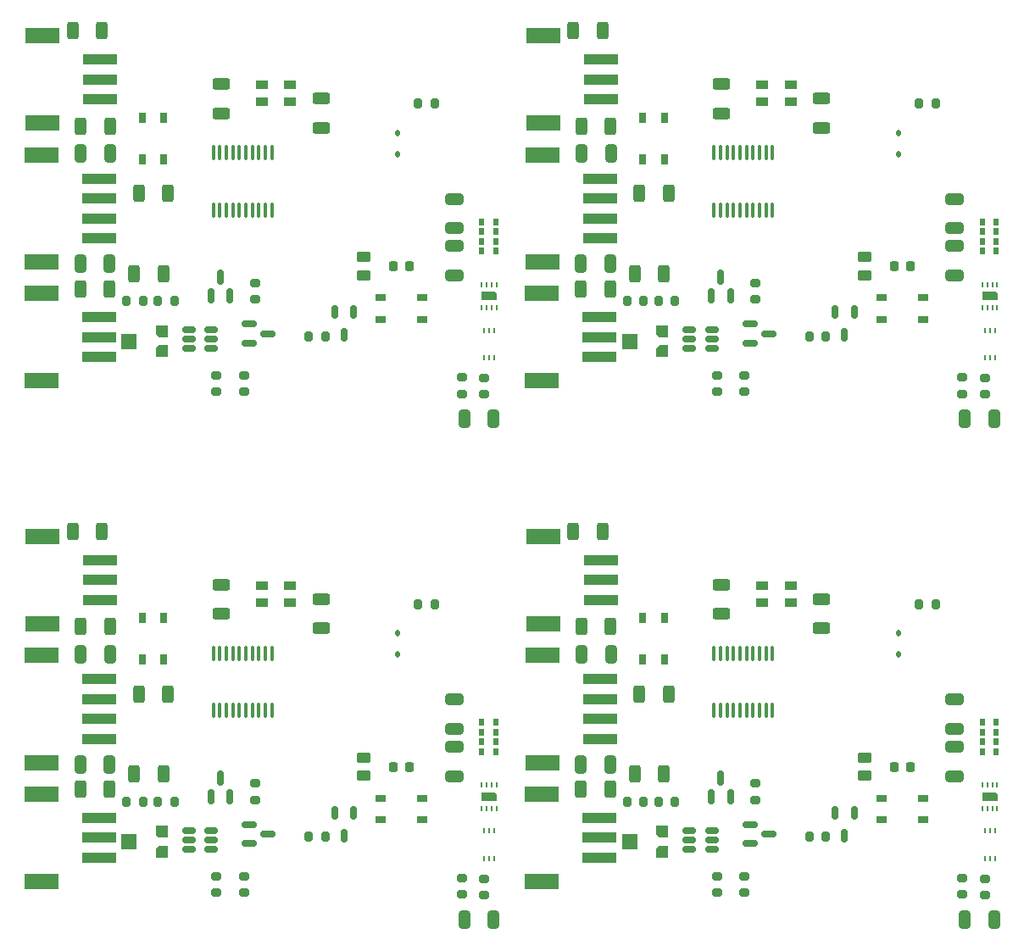
<source format=gtp>
G04 #@! TF.GenerationSoftware,KiCad,Pcbnew,7.0.7*
G04 #@! TF.CreationDate,2024-01-02T16:25:42-05:00*
G04 #@! TF.ProjectId,sensor_node,73656e73-6f72-45f6-9e6f-64652e6b6963,rev?*
G04 #@! TF.SameCoordinates,Original*
G04 #@! TF.FileFunction,Paste,Top*
G04 #@! TF.FilePolarity,Positive*
%FSLAX46Y46*%
G04 Gerber Fmt 4.6, Leading zero omitted, Abs format (unit mm)*
G04 Created by KiCad (PCBNEW 7.0.7) date 2024-01-02 16:25:42*
%MOMM*%
%LPD*%
G01*
G04 APERTURE LIST*
G04 Aperture macros list*
%AMRoundRect*
0 Rectangle with rounded corners*
0 $1 Rounding radius*
0 $2 $3 $4 $5 $6 $7 $8 $9 X,Y pos of 4 corners*
0 Add a 4 corners polygon primitive as box body*
4,1,4,$2,$3,$4,$5,$6,$7,$8,$9,$2,$3,0*
0 Add four circle primitives for the rounded corners*
1,1,$1+$1,$2,$3*
1,1,$1+$1,$4,$5*
1,1,$1+$1,$6,$7*
1,1,$1+$1,$8,$9*
0 Add four rect primitives between the rounded corners*
20,1,$1+$1,$2,$3,$4,$5,0*
20,1,$1+$1,$4,$5,$6,$7,0*
20,1,$1+$1,$6,$7,$8,$9,0*
20,1,$1+$1,$8,$9,$2,$3,0*%
%AMFreePoly0*
4,1,6,0.450000,-0.800000,-0.450000,-0.800000,-0.450000,0.530000,-0.180000,0.800000,0.450000,0.800000,0.450000,-0.800000,0.450000,-0.800000,$1*%
G04 Aperture macros list end*
%ADD10RoundRect,0.200000X0.275000X-0.200000X0.275000X0.200000X-0.275000X0.200000X-0.275000X-0.200000X0*%
%ADD11RoundRect,0.250000X-0.312500X-0.625000X0.312500X-0.625000X0.312500X0.625000X-0.312500X0.625000X0*%
%ADD12RoundRect,0.218750X0.218750X0.256250X-0.218750X0.256250X-0.218750X-0.256250X0.218750X-0.256250X0*%
%ADD13RoundRect,0.250000X-0.325000X-0.650000X0.325000X-0.650000X0.325000X0.650000X-0.325000X0.650000X0*%
%ADD14RoundRect,0.250000X0.312500X0.625000X-0.312500X0.625000X-0.312500X-0.625000X0.312500X-0.625000X0*%
%ADD15R,0.600000X0.720000*%
%ADD16RoundRect,0.250000X-0.650000X0.325000X-0.650000X-0.325000X0.650000X-0.325000X0.650000X0.325000X0*%
%ADD17RoundRect,0.200000X0.200000X0.275000X-0.200000X0.275000X-0.200000X-0.275000X0.200000X-0.275000X0*%
%ADD18R,0.650000X1.050000*%
%ADD19RoundRect,0.250000X-0.625000X0.312500X-0.625000X-0.312500X0.625000X-0.312500X0.625000X0.312500X0*%
%ADD20RoundRect,0.250000X0.650000X-0.325000X0.650000X0.325000X-0.650000X0.325000X-0.650000X-0.325000X0*%
%ADD21RoundRect,0.150000X0.150000X-0.587500X0.150000X0.587500X-0.150000X0.587500X-0.150000X-0.587500X0*%
%ADD22RoundRect,0.200000X-0.275000X0.200000X-0.275000X-0.200000X0.275000X-0.200000X0.275000X0.200000X0*%
%ADD23RoundRect,0.112500X0.112500X-0.187500X0.112500X0.187500X-0.112500X0.187500X-0.112500X-0.187500X0*%
%ADD24RoundRect,0.150000X-0.150000X0.512500X-0.150000X-0.512500X0.150000X-0.512500X0.150000X0.512500X0*%
%ADD25R,3.400000X1.500000*%
%ADD26R,3.500000X1.000000*%
%ADD27RoundRect,0.250000X-0.450000X0.262500X-0.450000X-0.262500X0.450000X-0.262500X0.450000X0.262500X0*%
%ADD28RoundRect,0.250000X0.325000X0.650000X-0.325000X0.650000X-0.325000X-0.650000X0.325000X-0.650000X0*%
%ADD29RoundRect,0.150000X-0.512500X-0.150000X0.512500X-0.150000X0.512500X0.150000X-0.512500X0.150000X0*%
%ADD30R,1.200000X0.900000*%
%ADD31R,1.500000X1.600000*%
%ADD32RoundRect,0.150000X-0.587500X-0.150000X0.587500X-0.150000X0.587500X0.150000X-0.587500X0.150000X0*%
%ADD33FreePoly0,270.000000*%
%ADD34R,0.250000X0.550000*%
%ADD35RoundRect,0.100000X0.100000X-0.637500X0.100000X0.637500X-0.100000X0.637500X-0.100000X-0.637500X0*%
%ADD36R,1.050000X0.650000*%
G04 APERTURE END LIST*
G36*
X65150000Y-135100000D02*
G01*
X63950000Y-135100000D01*
X63950000Y-134200000D01*
X64250000Y-133900000D01*
X65150000Y-133900000D01*
X65150000Y-135100000D01*
G37*
G36*
X65150000Y-133100000D02*
G01*
X64250000Y-133100000D01*
X63950000Y-132800000D01*
X63950000Y-131900000D01*
X65150000Y-131900000D01*
X65150000Y-133100000D01*
G37*
G36*
X115150000Y-135100000D02*
G01*
X113950000Y-135100000D01*
X113950000Y-134200000D01*
X114250000Y-133900000D01*
X115150000Y-133900000D01*
X115150000Y-135100000D01*
G37*
G36*
X115150000Y-133100000D02*
G01*
X114250000Y-133100000D01*
X113950000Y-132800000D01*
X113950000Y-131900000D01*
X115150000Y-131900000D01*
X115150000Y-133100000D01*
G37*
G36*
X65150000Y-85100000D02*
G01*
X63950000Y-85100000D01*
X63950000Y-84200000D01*
X64250000Y-83900000D01*
X65150000Y-83900000D01*
X65150000Y-85100000D01*
G37*
G36*
X65150000Y-83100000D02*
G01*
X64250000Y-83100000D01*
X63950000Y-82800000D01*
X63950000Y-81900000D01*
X65150000Y-81900000D01*
X65150000Y-83100000D01*
G37*
G36*
X115150000Y-85100000D02*
G01*
X113950000Y-85100000D01*
X113950000Y-84200000D01*
X114250000Y-83900000D01*
X115150000Y-83900000D01*
X115150000Y-85100000D01*
G37*
G36*
X115150000Y-83100000D02*
G01*
X114250000Y-83100000D01*
X113950000Y-82800000D01*
X113950000Y-81900000D01*
X115150000Y-81900000D01*
X115150000Y-83100000D01*
G37*
D10*
X96770500Y-138825000D03*
X96770500Y-137175000D03*
D11*
X61808000Y-126750000D03*
X64733000Y-126750000D03*
D12*
X89308000Y-126000000D03*
X87733000Y-126000000D03*
D10*
X70020500Y-138575000D03*
X70020500Y-136925000D03*
D13*
X94770000Y-141250000D03*
X97720000Y-141250000D03*
D14*
X58612000Y-102500000D03*
X55687000Y-102500000D03*
D15*
X97920500Y-121585000D03*
X97920500Y-122555000D03*
X97920500Y-123525000D03*
X97920500Y-124495000D03*
X96520500Y-124495000D03*
X96520500Y-123525000D03*
X96520500Y-122555000D03*
X96520500Y-121585000D03*
D16*
X93770500Y-124000000D03*
X93770500Y-126950000D03*
D17*
X80920500Y-133000000D03*
X79270500Y-133000000D03*
D18*
X64775000Y-111175000D03*
X64775000Y-115325000D03*
X62625000Y-111175000D03*
X62625000Y-115325000D03*
D19*
X70470000Y-107825000D03*
X70470000Y-110750000D03*
D20*
X93770500Y-122225000D03*
X93770500Y-119275000D03*
D21*
X69458000Y-129000000D03*
X71358000Y-129000000D03*
X70408000Y-127125000D03*
D19*
X80470000Y-109250000D03*
X80470000Y-112175000D03*
D22*
X72770500Y-136925000D03*
X72770500Y-138575000D03*
D23*
X88144500Y-114800000D03*
X88144500Y-112700000D03*
D24*
X83720500Y-130612500D03*
X81820500Y-130612500D03*
X82770500Y-132887500D03*
D17*
X65845500Y-129500000D03*
X64195500Y-129500000D03*
D11*
X56487500Y-112000000D03*
X59412500Y-112000000D03*
D25*
X52550000Y-137450000D03*
X52550000Y-128750000D03*
D26*
X58300000Y-135100000D03*
X58300000Y-133100000D03*
X58300000Y-131100000D03*
D11*
X62275000Y-118750000D03*
X65200000Y-118750000D03*
D27*
X84770500Y-125087500D03*
X84770500Y-126912500D03*
D17*
X91845500Y-109750000D03*
X90195500Y-109750000D03*
D28*
X59425000Y-114750000D03*
X56475000Y-114750000D03*
D22*
X94520500Y-137100000D03*
X94520500Y-138750000D03*
D11*
X56437500Y-128250000D03*
X59362500Y-128250000D03*
D26*
X58350000Y-117250000D03*
X58350000Y-119250000D03*
X58350000Y-121250000D03*
X58350000Y-123250000D03*
D25*
X52600000Y-114900000D03*
X52600000Y-125600000D03*
D29*
X67258000Y-132350000D03*
X67258000Y-133300000D03*
X67258000Y-134250000D03*
X69533000Y-134250000D03*
X69533000Y-133300000D03*
X69533000Y-132350000D03*
D17*
X62695500Y-129500000D03*
X61045500Y-129500000D03*
D30*
X74570000Y-109600000D03*
X77370000Y-109600000D03*
X77370000Y-107900000D03*
X74570000Y-107900000D03*
D28*
X59375000Y-125750000D03*
X56425000Y-125750000D03*
D31*
X61300000Y-133500000D03*
D32*
X73333000Y-131800000D03*
X73333000Y-133700000D03*
X75208000Y-132750000D03*
D10*
X73858000Y-129325000D03*
X73858000Y-127675000D03*
D33*
X97270500Y-129000000D03*
D34*
X98020500Y-127825000D03*
X97520500Y-127825000D03*
X97020500Y-127825000D03*
X96520500Y-127825000D03*
X96520500Y-130175000D03*
X97020500Y-130175000D03*
X97520500Y-130175000D03*
X98020500Y-130175000D03*
D35*
X69720500Y-120398407D03*
X70370500Y-120398407D03*
X71020500Y-120398407D03*
X71670500Y-120398407D03*
X72320500Y-120398407D03*
X72970500Y-120398407D03*
X73620500Y-120398407D03*
X74270500Y-120398407D03*
X74920500Y-120398407D03*
X75570500Y-120398407D03*
X75570500Y-114673407D03*
X74920500Y-114673407D03*
X74270500Y-114673407D03*
X73620500Y-114673407D03*
X72970500Y-114673407D03*
X72320500Y-114673407D03*
X71670500Y-114673407D03*
X71020500Y-114673407D03*
X70370500Y-114673407D03*
X69720500Y-114673407D03*
D36*
X90595500Y-131325000D03*
X86445500Y-131325000D03*
X90595500Y-129175000D03*
X86445500Y-129175000D03*
D34*
X96770500Y-135150000D03*
X97270500Y-135150000D03*
X97770500Y-135150000D03*
X97770500Y-132400000D03*
X97270500Y-132400000D03*
X96770500Y-132400000D03*
D26*
X58400000Y-105350000D03*
X58400000Y-107350000D03*
X58400000Y-109350000D03*
D25*
X52650000Y-103000000D03*
X52650000Y-111700000D03*
D10*
X146770500Y-138825000D03*
X146770500Y-137175000D03*
D11*
X111808000Y-126750000D03*
X114733000Y-126750000D03*
D12*
X139308000Y-126000000D03*
X137733000Y-126000000D03*
D10*
X120020500Y-138575000D03*
X120020500Y-136925000D03*
D13*
X144770000Y-141250000D03*
X147720000Y-141250000D03*
D15*
X147920500Y-121585000D03*
X147920500Y-122555000D03*
X147920500Y-123525000D03*
X147920500Y-124495000D03*
X146520500Y-124495000D03*
X146520500Y-123525000D03*
X146520500Y-122555000D03*
X146520500Y-121585000D03*
D16*
X143770500Y-124000000D03*
X143770500Y-126950000D03*
D17*
X130920500Y-133000000D03*
X129270500Y-133000000D03*
D11*
X106487500Y-112000000D03*
X109412500Y-112000000D03*
D14*
X108612000Y-102500000D03*
X105687000Y-102500000D03*
D19*
X120470000Y-107825000D03*
X120470000Y-110750000D03*
D20*
X143770500Y-122225000D03*
X143770500Y-119275000D03*
D21*
X119458000Y-129000000D03*
X121358000Y-129000000D03*
X120408000Y-127125000D03*
D22*
X122770500Y-136925000D03*
X122770500Y-138575000D03*
D24*
X133720500Y-130612500D03*
X131820500Y-130612500D03*
X132770500Y-132887500D03*
D11*
X106437500Y-128250000D03*
X109362500Y-128250000D03*
D25*
X102550000Y-137450000D03*
X102550000Y-128750000D03*
D26*
X108300000Y-135100000D03*
X108300000Y-133100000D03*
X108300000Y-131100000D03*
D11*
X112275000Y-118750000D03*
X115200000Y-118750000D03*
D27*
X134770500Y-125087500D03*
X134770500Y-126912500D03*
D17*
X141845500Y-109750000D03*
X140195500Y-109750000D03*
D22*
X144520500Y-137100000D03*
X144520500Y-138750000D03*
D23*
X138144500Y-114800000D03*
X138144500Y-112700000D03*
D33*
X147270500Y-129000000D03*
D34*
X148020500Y-127825000D03*
X147520500Y-127825000D03*
X147020500Y-127825000D03*
X146520500Y-127825000D03*
X146520500Y-130175000D03*
X147020500Y-130175000D03*
X147520500Y-130175000D03*
X148020500Y-130175000D03*
D26*
X108350000Y-117250000D03*
X108350000Y-119250000D03*
X108350000Y-121250000D03*
X108350000Y-123250000D03*
D25*
X102600000Y-114900000D03*
X102600000Y-125600000D03*
D18*
X114775000Y-111175000D03*
X114775000Y-115325000D03*
X112625000Y-111175000D03*
X112625000Y-115325000D03*
D29*
X117258000Y-132350000D03*
X117258000Y-133300000D03*
X117258000Y-134250000D03*
X119533000Y-134250000D03*
X119533000Y-133300000D03*
X119533000Y-132350000D03*
D17*
X112695500Y-129500000D03*
X111045500Y-129500000D03*
D19*
X130470000Y-109250000D03*
X130470000Y-112175000D03*
D30*
X124570000Y-109600000D03*
X127370000Y-109600000D03*
X127370000Y-107900000D03*
X124570000Y-107900000D03*
D28*
X109375000Y-125750000D03*
X106425000Y-125750000D03*
D31*
X111300000Y-133500000D03*
D17*
X115845500Y-129500000D03*
X114195500Y-129500000D03*
D32*
X123333000Y-131800000D03*
X123333000Y-133700000D03*
X125208000Y-132750000D03*
D10*
X123858000Y-129325000D03*
X123858000Y-127675000D03*
D28*
X109425000Y-114750000D03*
X106475000Y-114750000D03*
D35*
X119720500Y-120398407D03*
X120370500Y-120398407D03*
X121020500Y-120398407D03*
X121670500Y-120398407D03*
X122320500Y-120398407D03*
X122970500Y-120398407D03*
X123620500Y-120398407D03*
X124270500Y-120398407D03*
X124920500Y-120398407D03*
X125570500Y-120398407D03*
X125570500Y-114673407D03*
X124920500Y-114673407D03*
X124270500Y-114673407D03*
X123620500Y-114673407D03*
X122970500Y-114673407D03*
X122320500Y-114673407D03*
X121670500Y-114673407D03*
X121020500Y-114673407D03*
X120370500Y-114673407D03*
X119720500Y-114673407D03*
D36*
X140595500Y-131325000D03*
X136445500Y-131325000D03*
X140595500Y-129175000D03*
X136445500Y-129175000D03*
D34*
X146770500Y-135150000D03*
X147270500Y-135150000D03*
X147770500Y-135150000D03*
X147770500Y-132400000D03*
X147270500Y-132400000D03*
X146770500Y-132400000D03*
D26*
X108400000Y-105350000D03*
X108400000Y-107350000D03*
X108400000Y-109350000D03*
D25*
X102650000Y-103000000D03*
X102650000Y-111700000D03*
D10*
X96770500Y-88825000D03*
X96770500Y-87175000D03*
D11*
X61808000Y-76750000D03*
X64733000Y-76750000D03*
D12*
X89308000Y-76000000D03*
X87733000Y-76000000D03*
D13*
X94770000Y-91250000D03*
X97720000Y-91250000D03*
D14*
X58612000Y-52500000D03*
X55687000Y-52500000D03*
D15*
X97920500Y-71585000D03*
X97920500Y-72555000D03*
X97920500Y-73525000D03*
X97920500Y-74495000D03*
X96520500Y-74495000D03*
X96520500Y-73525000D03*
X96520500Y-72555000D03*
X96520500Y-71585000D03*
D17*
X80920500Y-83000000D03*
X79270500Y-83000000D03*
D11*
X56487500Y-62000000D03*
X59412500Y-62000000D03*
D19*
X70470000Y-57825000D03*
X70470000Y-60750000D03*
D20*
X93770500Y-72225000D03*
X93770500Y-69275000D03*
D19*
X80470000Y-59250000D03*
X80470000Y-62175000D03*
D22*
X72770500Y-86925000D03*
X72770500Y-88575000D03*
D23*
X88144500Y-64800000D03*
X88144500Y-62700000D03*
D24*
X83720500Y-80612500D03*
X81820500Y-80612500D03*
X82770500Y-82887500D03*
D17*
X65845500Y-79500000D03*
X64195500Y-79500000D03*
D11*
X56437500Y-78250000D03*
X59362500Y-78250000D03*
D25*
X52550000Y-87450000D03*
X52550000Y-78750000D03*
D26*
X58300000Y-85100000D03*
X58300000Y-83100000D03*
X58300000Y-81100000D03*
D11*
X62275000Y-68750000D03*
X65200000Y-68750000D03*
D17*
X91845500Y-59750000D03*
X90195500Y-59750000D03*
D28*
X59425000Y-64750000D03*
X56475000Y-64750000D03*
D22*
X94520500Y-87100000D03*
X94520500Y-88750000D03*
D27*
X84770500Y-75087500D03*
X84770500Y-76912500D03*
D33*
X97270500Y-79000000D03*
D34*
X98020500Y-77825000D03*
X97520500Y-77825000D03*
X97020500Y-77825000D03*
X96520500Y-77825000D03*
X96520500Y-80175000D03*
X97020500Y-80175000D03*
X97520500Y-80175000D03*
X98020500Y-80175000D03*
D26*
X58350000Y-67250000D03*
X58350000Y-69250000D03*
X58350000Y-71250000D03*
X58350000Y-73250000D03*
D25*
X52600000Y-64900000D03*
X52600000Y-75600000D03*
D29*
X67258000Y-82350000D03*
X67258000Y-83300000D03*
X67258000Y-84250000D03*
X69533000Y-84250000D03*
X69533000Y-83300000D03*
X69533000Y-82350000D03*
D16*
X93770500Y-74000000D03*
X93770500Y-76950000D03*
D17*
X62695500Y-79500000D03*
X61045500Y-79500000D03*
D30*
X74570000Y-59600000D03*
X77370000Y-59600000D03*
X77370000Y-57900000D03*
X74570000Y-57900000D03*
D10*
X70020500Y-88575000D03*
X70020500Y-86925000D03*
D18*
X64775000Y-61175000D03*
X64775000Y-65325000D03*
X62625000Y-61175000D03*
X62625000Y-65325000D03*
D21*
X69458000Y-79000000D03*
X71358000Y-79000000D03*
X70408000Y-77125000D03*
D31*
X61300000Y-83500000D03*
D32*
X73333000Y-81800000D03*
X73333000Y-83700000D03*
X75208000Y-82750000D03*
D10*
X73858000Y-79325000D03*
X73858000Y-77675000D03*
D35*
X69720500Y-70398407D03*
X70370500Y-70398407D03*
X71020500Y-70398407D03*
X71670500Y-70398407D03*
X72320500Y-70398407D03*
X72970500Y-70398407D03*
X73620500Y-70398407D03*
X74270500Y-70398407D03*
X74920500Y-70398407D03*
X75570500Y-70398407D03*
X75570500Y-64673407D03*
X74920500Y-64673407D03*
X74270500Y-64673407D03*
X73620500Y-64673407D03*
X72970500Y-64673407D03*
X72320500Y-64673407D03*
X71670500Y-64673407D03*
X71020500Y-64673407D03*
X70370500Y-64673407D03*
X69720500Y-64673407D03*
D28*
X59375000Y-75750000D03*
X56425000Y-75750000D03*
D36*
X90595500Y-81325000D03*
X86445500Y-81325000D03*
X90595500Y-79175000D03*
X86445500Y-79175000D03*
D34*
X96770500Y-85150000D03*
X97270500Y-85150000D03*
X97770500Y-85150000D03*
X97770500Y-82400000D03*
X97270500Y-82400000D03*
X96770500Y-82400000D03*
D26*
X58400000Y-55350000D03*
X58400000Y-57350000D03*
X58400000Y-59350000D03*
D25*
X52650000Y-53000000D03*
X52650000Y-61700000D03*
D19*
X130470000Y-59250000D03*
X130470000Y-62175000D03*
D21*
X119458000Y-79000000D03*
X121358000Y-79000000D03*
X120408000Y-77125000D03*
D20*
X143770500Y-72225000D03*
X143770500Y-69275000D03*
D28*
X109375000Y-75750000D03*
X106425000Y-75750000D03*
D19*
X120470000Y-57825000D03*
X120470000Y-60750000D03*
D11*
X112275000Y-68750000D03*
X115200000Y-68750000D03*
D17*
X141845500Y-59750000D03*
X140195500Y-59750000D03*
D26*
X108350000Y-67250000D03*
X108350000Y-69250000D03*
X108350000Y-71250000D03*
X108350000Y-73250000D03*
D25*
X102600000Y-64900000D03*
X102600000Y-75600000D03*
D28*
X109425000Y-64750000D03*
X106475000Y-64750000D03*
D34*
X146770500Y-85150000D03*
X147270500Y-85150000D03*
X147770500Y-85150000D03*
X147770500Y-82400000D03*
X147270500Y-82400000D03*
X146770500Y-82400000D03*
D22*
X122770500Y-86925000D03*
X122770500Y-88575000D03*
D11*
X111808000Y-76750000D03*
X114733000Y-76750000D03*
D10*
X123858000Y-79325000D03*
X123858000Y-77675000D03*
D29*
X117258000Y-82350000D03*
X117258000Y-83300000D03*
X117258000Y-84250000D03*
X119533000Y-84250000D03*
X119533000Y-83300000D03*
X119533000Y-82350000D03*
D26*
X108400000Y-55350000D03*
X108400000Y-57350000D03*
X108400000Y-59350000D03*
D25*
X102650000Y-53000000D03*
X102650000Y-61700000D03*
D27*
X134770500Y-75087500D03*
X134770500Y-76912500D03*
D23*
X138144500Y-64800000D03*
X138144500Y-62700000D03*
D32*
X123333000Y-81800000D03*
X123333000Y-83700000D03*
X125208000Y-82750000D03*
D25*
X102550000Y-87450000D03*
X102550000Y-78750000D03*
D26*
X108300000Y-85100000D03*
X108300000Y-83100000D03*
X108300000Y-81100000D03*
D10*
X146770500Y-88825000D03*
X146770500Y-87175000D03*
D17*
X112695500Y-79500000D03*
X111045500Y-79500000D03*
D22*
X144520500Y-87100000D03*
X144520500Y-88750000D03*
D30*
X124570000Y-59600000D03*
X127370000Y-59600000D03*
X127370000Y-57900000D03*
X124570000Y-57900000D03*
D24*
X133720500Y-80612500D03*
X131820500Y-80612500D03*
X132770500Y-82887500D03*
D33*
X147270500Y-79000000D03*
D34*
X148020500Y-77825000D03*
X147520500Y-77825000D03*
X147020500Y-77825000D03*
X146520500Y-77825000D03*
X146520500Y-80175000D03*
X147020500Y-80175000D03*
X147520500Y-80175000D03*
X148020500Y-80175000D03*
D17*
X115845500Y-79500000D03*
X114195500Y-79500000D03*
D35*
X119720500Y-70398407D03*
X120370500Y-70398407D03*
X121020500Y-70398407D03*
X121670500Y-70398407D03*
X122320500Y-70398407D03*
X122970500Y-70398407D03*
X123620500Y-70398407D03*
X124270500Y-70398407D03*
X124920500Y-70398407D03*
X125570500Y-70398407D03*
X125570500Y-64673407D03*
X124920500Y-64673407D03*
X124270500Y-64673407D03*
X123620500Y-64673407D03*
X122970500Y-64673407D03*
X122320500Y-64673407D03*
X121670500Y-64673407D03*
X121020500Y-64673407D03*
X120370500Y-64673407D03*
X119720500Y-64673407D03*
D31*
X111300000Y-83500000D03*
D16*
X143770500Y-74000000D03*
X143770500Y-76950000D03*
D15*
X147920500Y-71585000D03*
X147920500Y-72555000D03*
X147920500Y-73525000D03*
X147920500Y-74495000D03*
X146520500Y-74495000D03*
X146520500Y-73525000D03*
X146520500Y-72555000D03*
X146520500Y-71585000D03*
D18*
X114775000Y-61175000D03*
X114775000Y-65325000D03*
X112625000Y-61175000D03*
X112625000Y-65325000D03*
D14*
X108612000Y-52500000D03*
X105687000Y-52500000D03*
D13*
X144770000Y-91250000D03*
X147720000Y-91250000D03*
D12*
X139308000Y-76000000D03*
X137733000Y-76000000D03*
D10*
X120020500Y-88575000D03*
X120020500Y-86925000D03*
D11*
X106437500Y-78250000D03*
X109362500Y-78250000D03*
D17*
X130920500Y-83000000D03*
X129270500Y-83000000D03*
D11*
X106487500Y-62000000D03*
X109412500Y-62000000D03*
D36*
X140595500Y-81325000D03*
X136445500Y-81325000D03*
X140595500Y-79175000D03*
X136445500Y-79175000D03*
M02*

</source>
